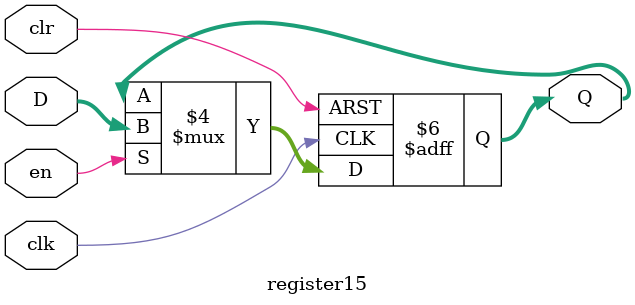
<source format=v>
module register15(D,Q,en,clk,clr);
	input[14:0] D;
	output reg[14:0] Q;
	input en,clk,clr;
	
	initial begin 
		Q = 15'h00000000;
	end
	
	always @(posedge clk or posedge clr) begin
		if (clr)
			Q=15'h00000000;
		else if (en)
			Q=D;
	end
endmodule
			
</source>
